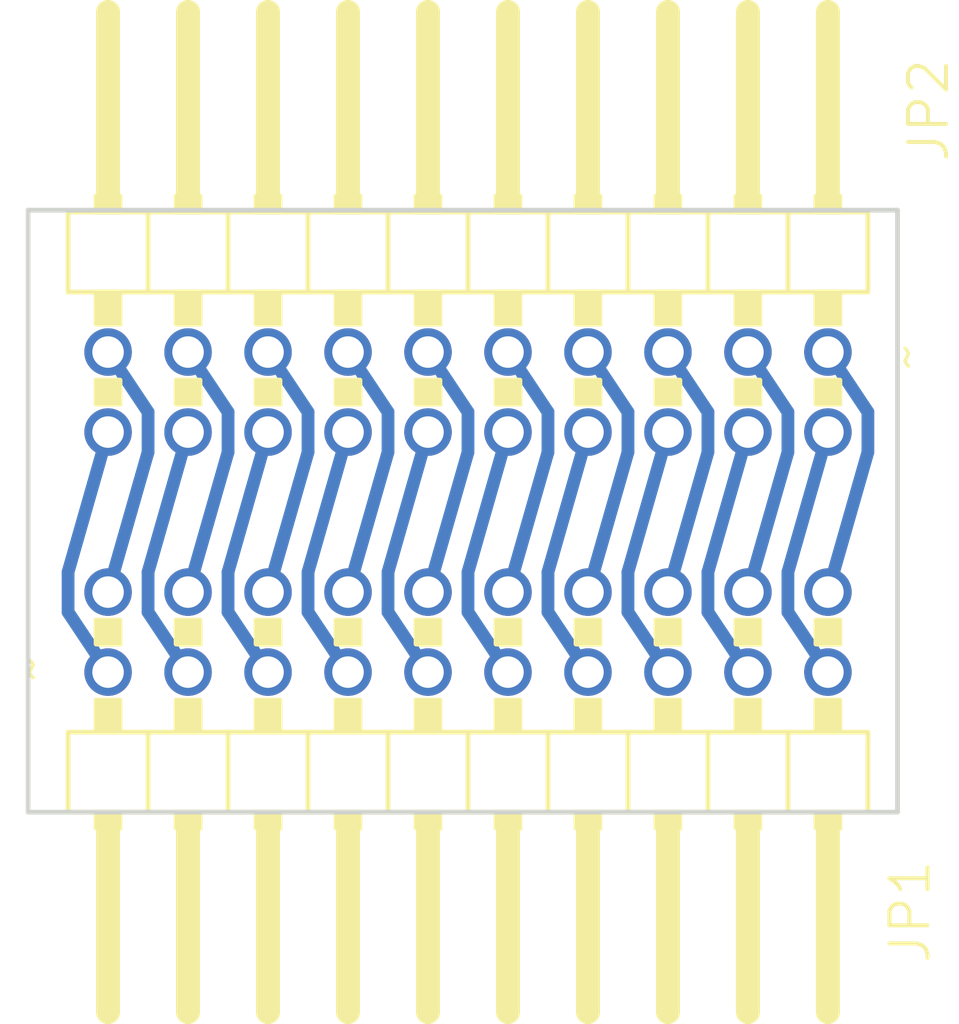
<source format=kicad_pcb>
(kicad_pcb (version 4) (host pcbnew 4.0.0-rc1-stable)

  (general
    (links 20)
    (no_connects 0)
    (area 134.621099 95.373599 162.381101 114.633601)
    (thickness 1.6)
    (drawings 4)
    (tracks 60)
    (zones 0)
    (modules 2)
    (nets 21)
  )

  (page A4)
  (layers
    (0 Top signal)
    (31 Bottom signal)
    (32 B.Adhes user)
    (33 F.Adhes user)
    (34 B.Paste user)
    (35 F.Paste user)
    (36 B.SilkS user)
    (37 F.SilkS user)
    (38 B.Mask user)
    (39 F.Mask user)
    (40 Dwgs.User user)
    (41 Cmts.User user)
    (42 Eco1.User user)
    (43 Eco2.User user)
    (44 Edge.Cuts user)
    (45 Margin user)
    (46 B.CrtYd user)
    (47 F.CrtYd user)
    (48 B.Fab user)
    (49 F.Fab user)
  )

  (setup
    (last_trace_width 0.254)
    (trace_clearance 0.2032)
    (zone_clearance 0.508)
    (zone_45_only no)
    (trace_min 0.254)
    (segment_width 0.2)
    (edge_width 0.15)
    (via_size 0.889)
    (via_drill 0.635)
    (via_min_size 0.889)
    (via_min_drill 0.508)
    (uvia_size 0.508)
    (uvia_drill 0.127)
    (uvias_allowed no)
    (uvia_min_size 0.508)
    (uvia_min_drill 0.127)
    (pcb_text_width 0.3)
    (pcb_text_size 1.5 1.5)
    (mod_edge_width 0.15)
    (mod_text_size 1.5 1.5)
    (mod_text_width 0.15)
    (pad_size 1.524 1.524)
    (pad_drill 0.762)
    (pad_to_mask_clearance 0.2)
    (aux_axis_origin 0 0)
    (visible_elements FFFFFF7F)
    (pcbplotparams
      (layerselection 0x00030_80000001)
      (usegerberextensions false)
      (excludeedgelayer true)
      (linewidth 0.100000)
      (plotframeref false)
      (viasonmask false)
      (mode 1)
      (useauxorigin false)
      (hpglpennumber 1)
      (hpglpenspeed 20)
      (hpglpendiameter 15)
      (hpglpenoverlay 2)
      (psnegative false)
      (psa4output false)
      (plotreference true)
      (plotvalue true)
      (plotinvisibletext false)
      (padsonsilk false)
      (subtractmaskfromsilk false)
      (outputformat 1)
      (mirror false)
      (drillshape 1)
      (scaleselection 1)
      (outputdirectory ""))
  )

  (net 0 "")
  (net 1 /2)
  (net 2 /4)
  (net 3 /6)
  (net 4 /8)
  (net 5 /10)
  (net 6 /12)
  (net 7 /14)
  (net 8 /16)
  (net 9 /18)
  (net 10 /20)
  (net 11 /1)
  (net 12 /3)
  (net 13 /5)
  (net 14 /7)
  (net 15 /9)
  (net 16 /11)
  (net 17 /13)
  (net 18 /15)
  (net 19 /17)
  (net 20 /19)

  (net_class Default "This is the default net class."
    (clearance 0.2032)
    (trace_width 0.254)
    (via_dia 0.889)
    (via_drill 0.635)
    (uvia_dia 0.508)
    (uvia_drill 0.127)
    (add_net /1)
    (add_net /10)
    (add_net /11)
    (add_net /12)
    (add_net /13)
    (add_net /14)
    (add_net /15)
    (add_net /16)
    (add_net /17)
    (add_net /18)
    (add_net /19)
    (add_net /2)
    (add_net /20)
    (add_net /3)
    (add_net /4)
    (add_net /5)
    (add_net /6)
    (add_net /7)
    (add_net /8)
    (add_net /9)
  )

  (module 2X10%2f90 (layer Top) (tedit 56179C80) (tstamp 56179ABD)
    (at 148.6661 113.9236 180)
    (descr "<b>PIN HEADER</b>")
    (path /56179A8F)
    (fp_text reference JP1 (at -13.3339 -2.0764 270) (layer F.SilkS)
      (effects (font (size 1.2065 1.2065) (thickness 0.127)) (justify right top))
    )
    (fp_text value ~ (at 14.605 4.445 270) (layer F.SilkS)
      (effects (font (size 1.2065 1.2065) (thickness 0.1016)) (justify right top))
    )
    (fp_line (start -12.7 1.905) (end -10.16 1.905) (layer F.SilkS) (width 0.1524))
    (fp_line (start -10.16 1.905) (end -10.16 -0.635) (layer F.SilkS) (width 0.1524))
    (fp_line (start -10.16 -0.635) (end -12.7 -0.635) (layer F.SilkS) (width 0.1524))
    (fp_line (start -12.7 -0.635) (end -12.7 1.905) (layer F.SilkS) (width 0.1524))
    (fp_line (start -11.43 -6.985) (end -11.43 -1.27) (layer F.SilkS) (width 0.762))
    (fp_line (start -10.16 1.905) (end -7.62 1.905) (layer F.SilkS) (width 0.1524))
    (fp_line (start -7.62 1.905) (end -7.62 -0.635) (layer F.SilkS) (width 0.1524))
    (fp_line (start -7.62 -0.635) (end -10.16 -0.635) (layer F.SilkS) (width 0.1524))
    (fp_line (start -8.89 -6.985) (end -8.89 -1.27) (layer F.SilkS) (width 0.762))
    (fp_line (start -7.62 1.905) (end -5.08 1.905) (layer F.SilkS) (width 0.1524))
    (fp_line (start -5.08 1.905) (end -5.08 -0.635) (layer F.SilkS) (width 0.1524))
    (fp_line (start -5.08 -0.635) (end -7.62 -0.635) (layer F.SilkS) (width 0.1524))
    (fp_line (start -6.35 -6.985) (end -6.35 -1.27) (layer F.SilkS) (width 0.762))
    (fp_line (start -5.08 1.905) (end -2.54 1.905) (layer F.SilkS) (width 0.1524))
    (fp_line (start -2.54 1.905) (end -2.54 -0.635) (layer F.SilkS) (width 0.1524))
    (fp_line (start -2.54 -0.635) (end -5.08 -0.635) (layer F.SilkS) (width 0.1524))
    (fp_line (start -3.81 -6.985) (end -3.81 -1.27) (layer F.SilkS) (width 0.762))
    (fp_line (start -2.54 1.905) (end 0 1.905) (layer F.SilkS) (width 0.1524))
    (fp_line (start 0 1.905) (end 0 -0.635) (layer F.SilkS) (width 0.1524))
    (fp_line (start 0 -0.635) (end -2.54 -0.635) (layer F.SilkS) (width 0.1524))
    (fp_line (start -1.27 -6.985) (end -1.27 -1.27) (layer F.SilkS) (width 0.762))
    (fp_line (start 0 1.905) (end 2.54 1.905) (layer F.SilkS) (width 0.1524))
    (fp_line (start 2.54 1.905) (end 2.54 -0.635) (layer F.SilkS) (width 0.1524))
    (fp_line (start 2.54 -0.635) (end 0 -0.635) (layer F.SilkS) (width 0.1524))
    (fp_line (start 1.27 -6.985) (end 1.27 -1.27) (layer F.SilkS) (width 0.762))
    (fp_line (start 2.54 1.905) (end 5.08 1.905) (layer F.SilkS) (width 0.1524))
    (fp_line (start 5.08 1.905) (end 5.08 -0.635) (layer F.SilkS) (width 0.1524))
    (fp_line (start 5.08 -0.635) (end 2.54 -0.635) (layer F.SilkS) (width 0.1524))
    (fp_line (start 3.81 -6.985) (end 3.81 -1.27) (layer F.SilkS) (width 0.762))
    (fp_line (start 5.08 1.905) (end 7.62 1.905) (layer F.SilkS) (width 0.1524))
    (fp_line (start 7.62 1.905) (end 7.62 -0.635) (layer F.SilkS) (width 0.1524))
    (fp_line (start 7.62 -0.635) (end 5.08 -0.635) (layer F.SilkS) (width 0.1524))
    (fp_line (start 6.35 -6.985) (end 6.35 -1.27) (layer F.SilkS) (width 0.762))
    (fp_line (start 7.62 1.905) (end 10.16 1.905) (layer F.SilkS) (width 0.1524))
    (fp_line (start 10.16 1.905) (end 10.16 -0.635) (layer F.SilkS) (width 0.1524))
    (fp_line (start 10.16 -0.635) (end 7.62 -0.635) (layer F.SilkS) (width 0.1524))
    (fp_line (start 8.89 -6.985) (end 8.89 -1.27) (layer F.SilkS) (width 0.762))
    (fp_line (start 10.16 1.905) (end 12.7 1.905) (layer F.SilkS) (width 0.1524))
    (fp_line (start 12.7 1.905) (end 12.7 -0.635) (layer F.SilkS) (width 0.1524))
    (fp_line (start 12.7 -0.635) (end 10.16 -0.635) (layer F.SilkS) (width 0.1524))
    (fp_line (start 11.43 -6.985) (end 11.43 -1.27) (layer F.SilkS) (width 0.762))
    (fp_poly (pts (xy -11.811 -0.635) (xy -11.049 -0.635) (xy -11.049 -1.143) (xy -11.811 -1.143)) (layer F.SilkS) (width 0.15))
    (fp_poly (pts (xy -9.271 -0.635) (xy -8.509 -0.635) (xy -8.509 -1.143) (xy -9.271 -1.143)) (layer F.SilkS) (width 0.15))
    (fp_poly (pts (xy -6.731 -0.635) (xy -5.969 -0.635) (xy -5.969 -1.143) (xy -6.731 -1.143)) (layer F.SilkS) (width 0.15))
    (fp_poly (pts (xy -4.191 -0.635) (xy -3.429 -0.635) (xy -3.429 -1.143) (xy -4.191 -1.143)) (layer F.SilkS) (width 0.15))
    (fp_poly (pts (xy -1.651 -0.635) (xy -0.889 -0.635) (xy -0.889 -1.143) (xy -1.651 -1.143)) (layer F.SilkS) (width 0.15))
    (fp_poly (pts (xy 0.889 -0.635) (xy 1.651 -0.635) (xy 1.651 -1.143) (xy 0.889 -1.143)) (layer F.SilkS) (width 0.15))
    (fp_poly (pts (xy 3.429 -0.635) (xy 4.191 -0.635) (xy 4.191 -1.143) (xy 3.429 -1.143)) (layer F.SilkS) (width 0.15))
    (fp_poly (pts (xy 5.969 -0.635) (xy 6.731 -0.635) (xy 6.731 -1.143) (xy 5.969 -1.143)) (layer F.SilkS) (width 0.15))
    (fp_poly (pts (xy 8.509 -0.635) (xy 9.271 -0.635) (xy 9.271 -1.143) (xy 8.509 -1.143)) (layer F.SilkS) (width 0.15))
    (fp_poly (pts (xy 11.049 -0.635) (xy 11.811 -0.635) (xy 11.811 -1.143) (xy 11.049 -1.143)) (layer F.SilkS) (width 0.15))
    (fp_poly (pts (xy -11.811 2.921) (xy -11.049 2.921) (xy -11.049 1.905) (xy -11.811 1.905)) (layer F.SilkS) (width 0.15))
    (fp_poly (pts (xy -9.271 2.921) (xy -8.509 2.921) (xy -8.509 1.905) (xy -9.271 1.905)) (layer F.SilkS) (width 0.15))
    (fp_poly (pts (xy -11.811 5.461) (xy -11.049 5.461) (xy -11.049 4.699) (xy -11.811 4.699)) (layer F.SilkS) (width 0.15))
    (fp_poly (pts (xy -11.811 4.699) (xy -11.049 4.699) (xy -11.049 2.921) (xy -11.811 2.921)) (layer Dwgs.User) (width 0.15))
    (fp_poly (pts (xy -9.271 4.699) (xy -8.509 4.699) (xy -8.509 2.921) (xy -9.271 2.921)) (layer Dwgs.User) (width 0.15))
    (fp_poly (pts (xy -9.271 5.461) (xy -8.509 5.461) (xy -8.509 4.699) (xy -9.271 4.699)) (layer F.SilkS) (width 0.15))
    (fp_poly (pts (xy -6.731 2.921) (xy -5.969 2.921) (xy -5.969 1.905) (xy -6.731 1.905)) (layer F.SilkS) (width 0.15))
    (fp_poly (pts (xy -4.191 2.921) (xy -3.429 2.921) (xy -3.429 1.905) (xy -4.191 1.905)) (layer F.SilkS) (width 0.15))
    (fp_poly (pts (xy -6.731 5.461) (xy -5.969 5.461) (xy -5.969 4.699) (xy -6.731 4.699)) (layer F.SilkS) (width 0.15))
    (fp_poly (pts (xy -6.731 4.699) (xy -5.969 4.699) (xy -5.969 2.921) (xy -6.731 2.921)) (layer Dwgs.User) (width 0.15))
    (fp_poly (pts (xy -4.191 4.699) (xy -3.429 4.699) (xy -3.429 2.921) (xy -4.191 2.921)) (layer Dwgs.User) (width 0.15))
    (fp_poly (pts (xy -4.191 5.461) (xy -3.429 5.461) (xy -3.429 4.699) (xy -4.191 4.699)) (layer F.SilkS) (width 0.15))
    (fp_poly (pts (xy -1.651 2.921) (xy -0.889 2.921) (xy -0.889 1.905) (xy -1.651 1.905)) (layer F.SilkS) (width 0.15))
    (fp_poly (pts (xy 0.889 2.921) (xy 1.651 2.921) (xy 1.651 1.905) (xy 0.889 1.905)) (layer F.SilkS) (width 0.15))
    (fp_poly (pts (xy -1.651 5.461) (xy -0.889 5.461) (xy -0.889 4.699) (xy -1.651 4.699)) (layer F.SilkS) (width 0.15))
    (fp_poly (pts (xy -1.651 4.699) (xy -0.889 4.699) (xy -0.889 2.921) (xy -1.651 2.921)) (layer Dwgs.User) (width 0.15))
    (fp_poly (pts (xy 0.889 4.699) (xy 1.651 4.699) (xy 1.651 2.921) (xy 0.889 2.921)) (layer Dwgs.User) (width 0.15))
    (fp_poly (pts (xy 0.889 5.461) (xy 1.651 5.461) (xy 1.651 4.699) (xy 0.889 4.699)) (layer F.SilkS) (width 0.15))
    (fp_poly (pts (xy 3.429 2.921) (xy 4.191 2.921) (xy 4.191 1.905) (xy 3.429 1.905)) (layer F.SilkS) (width 0.15))
    (fp_poly (pts (xy 5.969 2.921) (xy 6.731 2.921) (xy 6.731 1.905) (xy 5.969 1.905)) (layer F.SilkS) (width 0.15))
    (fp_poly (pts (xy 3.429 5.461) (xy 4.191 5.461) (xy 4.191 4.699) (xy 3.429 4.699)) (layer F.SilkS) (width 0.15))
    (fp_poly (pts (xy 3.429 4.699) (xy 4.191 4.699) (xy 4.191 2.921) (xy 3.429 2.921)) (layer Dwgs.User) (width 0.15))
    (fp_poly (pts (xy 5.969 4.699) (xy 6.731 4.699) (xy 6.731 2.921) (xy 5.969 2.921)) (layer Dwgs.User) (width 0.15))
    (fp_poly (pts (xy 5.969 5.461) (xy 6.731 5.461) (xy 6.731 4.699) (xy 5.969 4.699)) (layer F.SilkS) (width 0.15))
    (fp_poly (pts (xy 8.509 2.921) (xy 9.271 2.921) (xy 9.271 1.905) (xy 8.509 1.905)) (layer F.SilkS) (width 0.15))
    (fp_poly (pts (xy 11.049 2.921) (xy 11.811 2.921) (xy 11.811 1.905) (xy 11.049 1.905)) (layer F.SilkS) (width 0.15))
    (fp_poly (pts (xy 8.509 5.461) (xy 9.271 5.461) (xy 9.271 4.699) (xy 8.509 4.699)) (layer F.SilkS) (width 0.15))
    (fp_poly (pts (xy 8.509 4.699) (xy 9.271 4.699) (xy 9.271 2.921) (xy 8.509 2.921)) (layer Dwgs.User) (width 0.15))
    (fp_poly (pts (xy 11.049 4.699) (xy 11.811 4.699) (xy 11.811 2.921) (xy 11.049 2.921)) (layer Dwgs.User) (width 0.15))
    (fp_poly (pts (xy 11.049 5.461) (xy 11.811 5.461) (xy 11.811 4.699) (xy 11.049 4.699)) (layer F.SilkS) (width 0.15))
    (pad 2 thru_hole circle (at -11.43 3.81 180) (size 1.508 1.508) (drill 1) (layers *.Cu *.Mask)
      (net 1 /2))
    (pad 4 thru_hole circle (at -8.89 3.81 180) (size 1.508 1.508) (drill 1) (layers *.Cu *.Mask)
      (net 2 /4))
    (pad 6 thru_hole circle (at -6.35 3.81 180) (size 1.508 1.508) (drill 1) (layers *.Cu *.Mask)
      (net 3 /6))
    (pad 8 thru_hole circle (at -3.81 3.81 180) (size 1.508 1.508) (drill 1) (layers *.Cu *.Mask)
      (net 4 /8))
    (pad 10 thru_hole circle (at -1.27 3.81 180) (size 1.508 1.508) (drill 1) (layers *.Cu *.Mask)
      (net 5 /10))
    (pad 12 thru_hole circle (at 1.27 3.81 180) (size 1.508 1.508) (drill 1) (layers *.Cu *.Mask)
      (net 6 /12))
    (pad 14 thru_hole circle (at 3.81 3.81 180) (size 1.508 1.508) (drill 1) (layers *.Cu *.Mask)
      (net 7 /14))
    (pad 16 thru_hole circle (at 6.35 3.81 180) (size 1.508 1.508) (drill 1) (layers *.Cu *.Mask)
      (net 8 /16))
    (pad 18 thru_hole circle (at 8.89 3.81 180) (size 1.508 1.508) (drill 1) (layers *.Cu *.Mask)
      (net 9 /18))
    (pad 20 thru_hole circle (at 11.43 3.81 180) (size 1.508 1.508) (drill 1) (layers *.Cu *.Mask)
      (net 10 /20))
    (pad 1 thru_hole circle (at -11.43 6.35 180) (size 1.508 1.508) (drill 1) (layers *.Cu *.Mask)
      (net 11 /1))
    (pad 3 thru_hole circle (at -8.89 6.35 180) (size 1.508 1.508) (drill 1) (layers *.Cu *.Mask)
      (net 12 /3))
    (pad 5 thru_hole circle (at -6.35 6.35 180) (size 1.508 1.508) (drill 1) (layers *.Cu *.Mask)
      (net 13 /5))
    (pad 7 thru_hole circle (at -3.81 6.35 180) (size 1.508 1.508) (drill 1) (layers *.Cu *.Mask)
      (net 14 /7))
    (pad 9 thru_hole circle (at -1.27 6.35 180) (size 1.508 1.508) (drill 1) (layers *.Cu *.Mask)
      (net 15 /9))
    (pad 11 thru_hole circle (at 1.27 6.35 180) (size 1.508 1.508) (drill 1) (layers *.Cu *.Mask)
      (net 16 /11))
    (pad 13 thru_hole circle (at 3.81 6.35 180) (size 1.508 1.508) (drill 1) (layers *.Cu *.Mask)
      (net 17 /13))
    (pad 15 thru_hole circle (at 6.35 6.35 180) (size 1.508 1.508) (drill 1) (layers *.Cu *.Mask)
      (net 18 /15))
    (pad 17 thru_hole circle (at 8.89 6.35 180) (size 1.508 1.508) (drill 1) (layers *.Cu *.Mask)
      (net 19 /17))
    (pad 19 thru_hole circle (at 11.43 6.35 180) (size 1.508 1.508) (drill 1) (layers *.Cu *.Mask)
      (net 20 /19))
  )

  (module 2X10%2f90 (layer Top) (tedit 56179C75) (tstamp 56179B25)
    (at 148.6661 96.1436)
    (descr "<b>PIN HEADER</b>")
    (path /56179B57)
    (fp_text reference JP2 (at 15.3339 -2.1436 90) (layer F.SilkS)
      (effects (font (size 1.2065 1.2065) (thickness 0.127)) (justify left bottom))
    )
    (fp_text value ~ (at 14.605 4.445 90) (layer F.SilkS)
      (effects (font (size 1.2065 1.2065) (thickness 0.1016)) (justify left bottom))
    )
    (fp_line (start -12.7 1.905) (end -10.16 1.905) (layer F.SilkS) (width 0.1524))
    (fp_line (start -10.16 1.905) (end -10.16 -0.635) (layer F.SilkS) (width 0.1524))
    (fp_line (start -10.16 -0.635) (end -12.7 -0.635) (layer F.SilkS) (width 0.1524))
    (fp_line (start -12.7 -0.635) (end -12.7 1.905) (layer F.SilkS) (width 0.1524))
    (fp_line (start -11.43 -6.985) (end -11.43 -1.27) (layer F.SilkS) (width 0.762))
    (fp_line (start -10.16 1.905) (end -7.62 1.905) (layer F.SilkS) (width 0.1524))
    (fp_line (start -7.62 1.905) (end -7.62 -0.635) (layer F.SilkS) (width 0.1524))
    (fp_line (start -7.62 -0.635) (end -10.16 -0.635) (layer F.SilkS) (width 0.1524))
    (fp_line (start -8.89 -6.985) (end -8.89 -1.27) (layer F.SilkS) (width 0.762))
    (fp_line (start -7.62 1.905) (end -5.08 1.905) (layer F.SilkS) (width 0.1524))
    (fp_line (start -5.08 1.905) (end -5.08 -0.635) (layer F.SilkS) (width 0.1524))
    (fp_line (start -5.08 -0.635) (end -7.62 -0.635) (layer F.SilkS) (width 0.1524))
    (fp_line (start -6.35 -6.985) (end -6.35 -1.27) (layer F.SilkS) (width 0.762))
    (fp_line (start -5.08 1.905) (end -2.54 1.905) (layer F.SilkS) (width 0.1524))
    (fp_line (start -2.54 1.905) (end -2.54 -0.635) (layer F.SilkS) (width 0.1524))
    (fp_line (start -2.54 -0.635) (end -5.08 -0.635) (layer F.SilkS) (width 0.1524))
    (fp_line (start -3.81 -6.985) (end -3.81 -1.27) (layer F.SilkS) (width 0.762))
    (fp_line (start -2.54 1.905) (end 0 1.905) (layer F.SilkS) (width 0.1524))
    (fp_line (start 0 1.905) (end 0 -0.635) (layer F.SilkS) (width 0.1524))
    (fp_line (start 0 -0.635) (end -2.54 -0.635) (layer F.SilkS) (width 0.1524))
    (fp_line (start -1.27 -6.985) (end -1.27 -1.27) (layer F.SilkS) (width 0.762))
    (fp_line (start 0 1.905) (end 2.54 1.905) (layer F.SilkS) (width 0.1524))
    (fp_line (start 2.54 1.905) (end 2.54 -0.635) (layer F.SilkS) (width 0.1524))
    (fp_line (start 2.54 -0.635) (end 0 -0.635) (layer F.SilkS) (width 0.1524))
    (fp_line (start 1.27 -6.985) (end 1.27 -1.27) (layer F.SilkS) (width 0.762))
    (fp_line (start 2.54 1.905) (end 5.08 1.905) (layer F.SilkS) (width 0.1524))
    (fp_line (start 5.08 1.905) (end 5.08 -0.635) (layer F.SilkS) (width 0.1524))
    (fp_line (start 5.08 -0.635) (end 2.54 -0.635) (layer F.SilkS) (width 0.1524))
    (fp_line (start 3.81 -6.985) (end 3.81 -1.27) (layer F.SilkS) (width 0.762))
    (fp_line (start 5.08 1.905) (end 7.62 1.905) (layer F.SilkS) (width 0.1524))
    (fp_line (start 7.62 1.905) (end 7.62 -0.635) (layer F.SilkS) (width 0.1524))
    (fp_line (start 7.62 -0.635) (end 5.08 -0.635) (layer F.SilkS) (width 0.1524))
    (fp_line (start 6.35 -6.985) (end 6.35 -1.27) (layer F.SilkS) (width 0.762))
    (fp_line (start 7.62 1.905) (end 10.16 1.905) (layer F.SilkS) (width 0.1524))
    (fp_line (start 10.16 1.905) (end 10.16 -0.635) (layer F.SilkS) (width 0.1524))
    (fp_line (start 10.16 -0.635) (end 7.62 -0.635) (layer F.SilkS) (width 0.1524))
    (fp_line (start 8.89 -6.985) (end 8.89 -1.27) (layer F.SilkS) (width 0.762))
    (fp_line (start 10.16 1.905) (end 12.7 1.905) (layer F.SilkS) (width 0.1524))
    (fp_line (start 12.7 1.905) (end 12.7 -0.635) (layer F.SilkS) (width 0.1524))
    (fp_line (start 12.7 -0.635) (end 10.16 -0.635) (layer F.SilkS) (width 0.1524))
    (fp_line (start 11.43 -6.985) (end 11.43 -1.27) (layer F.SilkS) (width 0.762))
    (fp_poly (pts (xy -11.811 -0.635) (xy -11.049 -0.635) (xy -11.049 -1.143) (xy -11.811 -1.143)) (layer F.SilkS) (width 0.15))
    (fp_poly (pts (xy -9.271 -0.635) (xy -8.509 -0.635) (xy -8.509 -1.143) (xy -9.271 -1.143)) (layer F.SilkS) (width 0.15))
    (fp_poly (pts (xy -6.731 -0.635) (xy -5.969 -0.635) (xy -5.969 -1.143) (xy -6.731 -1.143)) (layer F.SilkS) (width 0.15))
    (fp_poly (pts (xy -4.191 -0.635) (xy -3.429 -0.635) (xy -3.429 -1.143) (xy -4.191 -1.143)) (layer F.SilkS) (width 0.15))
    (fp_poly (pts (xy -1.651 -0.635) (xy -0.889 -0.635) (xy -0.889 -1.143) (xy -1.651 -1.143)) (layer F.SilkS) (width 0.15))
    (fp_poly (pts (xy 0.889 -0.635) (xy 1.651 -0.635) (xy 1.651 -1.143) (xy 0.889 -1.143)) (layer F.SilkS) (width 0.15))
    (fp_poly (pts (xy 3.429 -0.635) (xy 4.191 -0.635) (xy 4.191 -1.143) (xy 3.429 -1.143)) (layer F.SilkS) (width 0.15))
    (fp_poly (pts (xy 5.969 -0.635) (xy 6.731 -0.635) (xy 6.731 -1.143) (xy 5.969 -1.143)) (layer F.SilkS) (width 0.15))
    (fp_poly (pts (xy 8.509 -0.635) (xy 9.271 -0.635) (xy 9.271 -1.143) (xy 8.509 -1.143)) (layer F.SilkS) (width 0.15))
    (fp_poly (pts (xy 11.049 -0.635) (xy 11.811 -0.635) (xy 11.811 -1.143) (xy 11.049 -1.143)) (layer F.SilkS) (width 0.15))
    (fp_poly (pts (xy -11.811 2.921) (xy -11.049 2.921) (xy -11.049 1.905) (xy -11.811 1.905)) (layer F.SilkS) (width 0.15))
    (fp_poly (pts (xy -9.271 2.921) (xy -8.509 2.921) (xy -8.509 1.905) (xy -9.271 1.905)) (layer F.SilkS) (width 0.15))
    (fp_poly (pts (xy -11.811 5.461) (xy -11.049 5.461) (xy -11.049 4.699) (xy -11.811 4.699)) (layer F.SilkS) (width 0.15))
    (fp_poly (pts (xy -11.811 4.699) (xy -11.049 4.699) (xy -11.049 2.921) (xy -11.811 2.921)) (layer Dwgs.User) (width 0.15))
    (fp_poly (pts (xy -9.271 4.699) (xy -8.509 4.699) (xy -8.509 2.921) (xy -9.271 2.921)) (layer Dwgs.User) (width 0.15))
    (fp_poly (pts (xy -9.271 5.461) (xy -8.509 5.461) (xy -8.509 4.699) (xy -9.271 4.699)) (layer F.SilkS) (width 0.15))
    (fp_poly (pts (xy -6.731 2.921) (xy -5.969 2.921) (xy -5.969 1.905) (xy -6.731 1.905)) (layer F.SilkS) (width 0.15))
    (fp_poly (pts (xy -4.191 2.921) (xy -3.429 2.921) (xy -3.429 1.905) (xy -4.191 1.905)) (layer F.SilkS) (width 0.15))
    (fp_poly (pts (xy -6.731 5.461) (xy -5.969 5.461) (xy -5.969 4.699) (xy -6.731 4.699)) (layer F.SilkS) (width 0.15))
    (fp_poly (pts (xy -6.731 4.699) (xy -5.969 4.699) (xy -5.969 2.921) (xy -6.731 2.921)) (layer Dwgs.User) (width 0.15))
    (fp_poly (pts (xy -4.191 4.699) (xy -3.429 4.699) (xy -3.429 2.921) (xy -4.191 2.921)) (layer Dwgs.User) (width 0.15))
    (fp_poly (pts (xy -4.191 5.461) (xy -3.429 5.461) (xy -3.429 4.699) (xy -4.191 4.699)) (layer F.SilkS) (width 0.15))
    (fp_poly (pts (xy -1.651 2.921) (xy -0.889 2.921) (xy -0.889 1.905) (xy -1.651 1.905)) (layer F.SilkS) (width 0.15))
    (fp_poly (pts (xy 0.889 2.921) (xy 1.651 2.921) (xy 1.651 1.905) (xy 0.889 1.905)) (layer F.SilkS) (width 0.15))
    (fp_poly (pts (xy -1.651 5.461) (xy -0.889 5.461) (xy -0.889 4.699) (xy -1.651 4.699)) (layer F.SilkS) (width 0.15))
    (fp_poly (pts (xy -1.651 4.699) (xy -0.889 4.699) (xy -0.889 2.921) (xy -1.651 2.921)) (layer Dwgs.User) (width 0.15))
    (fp_poly (pts (xy 0.889 4.699) (xy 1.651 4.699) (xy 1.651 2.921) (xy 0.889 2.921)) (layer Dwgs.User) (width 0.15))
    (fp_poly (pts (xy 0.889 5.461) (xy 1.651 5.461) (xy 1.651 4.699) (xy 0.889 4.699)) (layer F.SilkS) (width 0.15))
    (fp_poly (pts (xy 3.429 2.921) (xy 4.191 2.921) (xy 4.191 1.905) (xy 3.429 1.905)) (layer F.SilkS) (width 0.15))
    (fp_poly (pts (xy 5.969 2.921) (xy 6.731 2.921) (xy 6.731 1.905) (xy 5.969 1.905)) (layer F.SilkS) (width 0.15))
    (fp_poly (pts (xy 3.429 5.461) (xy 4.191 5.461) (xy 4.191 4.699) (xy 3.429 4.699)) (layer F.SilkS) (width 0.15))
    (fp_poly (pts (xy 3.429 4.699) (xy 4.191 4.699) (xy 4.191 2.921) (xy 3.429 2.921)) (layer Dwgs.User) (width 0.15))
    (fp_poly (pts (xy 5.969 4.699) (xy 6.731 4.699) (xy 6.731 2.921) (xy 5.969 2.921)) (layer Dwgs.User) (width 0.15))
    (fp_poly (pts (xy 5.969 5.461) (xy 6.731 5.461) (xy 6.731 4.699) (xy 5.969 4.699)) (layer F.SilkS) (width 0.15))
    (fp_poly (pts (xy 8.509 2.921) (xy 9.271 2.921) (xy 9.271 1.905) (xy 8.509 1.905)) (layer F.SilkS) (width 0.15))
    (fp_poly (pts (xy 11.049 2.921) (xy 11.811 2.921) (xy 11.811 1.905) (xy 11.049 1.905)) (layer F.SilkS) (width 0.15))
    (fp_poly (pts (xy 8.509 5.461) (xy 9.271 5.461) (xy 9.271 4.699) (xy 8.509 4.699)) (layer F.SilkS) (width 0.15))
    (fp_poly (pts (xy 8.509 4.699) (xy 9.271 4.699) (xy 9.271 2.921) (xy 8.509 2.921)) (layer Dwgs.User) (width 0.15))
    (fp_poly (pts (xy 11.049 4.699) (xy 11.811 4.699) (xy 11.811 2.921) (xy 11.049 2.921)) (layer Dwgs.User) (width 0.15))
    (fp_poly (pts (xy 11.049 5.461) (xy 11.811 5.461) (xy 11.811 4.699) (xy 11.049 4.699)) (layer F.SilkS) (width 0.15))
    (pad 2 thru_hole circle (at -11.43 3.81) (size 1.508 1.508) (drill 1) (layers *.Cu *.Mask)
      (net 20 /19))
    (pad 4 thru_hole circle (at -8.89 3.81) (size 1.508 1.508) (drill 1) (layers *.Cu *.Mask)
      (net 19 /17))
    (pad 6 thru_hole circle (at -6.35 3.81) (size 1.508 1.508) (drill 1) (layers *.Cu *.Mask)
      (net 18 /15))
    (pad 8 thru_hole circle (at -3.81 3.81) (size 1.508 1.508) (drill 1) (layers *.Cu *.Mask)
      (net 17 /13))
    (pad 10 thru_hole circle (at -1.27 3.81) (size 1.508 1.508) (drill 1) (layers *.Cu *.Mask)
      (net 16 /11))
    (pad 12 thru_hole circle (at 1.27 3.81) (size 1.508 1.508) (drill 1) (layers *.Cu *.Mask)
      (net 15 /9))
    (pad 14 thru_hole circle (at 3.81 3.81) (size 1.508 1.508) (drill 1) (layers *.Cu *.Mask)
      (net 14 /7))
    (pad 16 thru_hole circle (at 6.35 3.81) (size 1.508 1.508) (drill 1) (layers *.Cu *.Mask)
      (net 13 /5))
    (pad 18 thru_hole circle (at 8.89 3.81) (size 1.508 1.508) (drill 1) (layers *.Cu *.Mask)
      (net 12 /3))
    (pad 20 thru_hole circle (at 11.43 3.81) (size 1.508 1.508) (drill 1) (layers *.Cu *.Mask)
      (net 11 /1))
    (pad 1 thru_hole circle (at -11.43 6.35) (size 1.508 1.508) (drill 1) (layers *.Cu *.Mask)
      (net 10 /20))
    (pad 3 thru_hole circle (at -8.89 6.35) (size 1.508 1.508) (drill 1) (layers *.Cu *.Mask)
      (net 9 /18))
    (pad 5 thru_hole circle (at -6.35 6.35) (size 1.508 1.508) (drill 1) (layers *.Cu *.Mask)
      (net 8 /16))
    (pad 7 thru_hole circle (at -3.81 6.35) (size 1.508 1.508) (drill 1) (layers *.Cu *.Mask)
      (net 7 /14))
    (pad 9 thru_hole circle (at -1.27 6.35) (size 1.508 1.508) (drill 1) (layers *.Cu *.Mask)
      (net 6 /12))
    (pad 11 thru_hole circle (at 1.27 6.35) (size 1.508 1.508) (drill 1) (layers *.Cu *.Mask)
      (net 5 /10))
    (pad 13 thru_hole circle (at 3.81 6.35) (size 1.508 1.508) (drill 1) (layers *.Cu *.Mask)
      (net 4 /8))
    (pad 15 thru_hole circle (at 6.35 6.35) (size 1.508 1.508) (drill 1) (layers *.Cu *.Mask)
      (net 3 /6))
    (pad 17 thru_hole circle (at 8.89 6.35) (size 1.508 1.508) (drill 1) (layers *.Cu *.Mask)
      (net 2 /4))
    (pad 19 thru_hole circle (at 11.43 6.35) (size 1.508 1.508) (drill 1) (layers *.Cu *.Mask)
      (net 1 /2))
  )

  (gr_line (start 134.6961 114.5586) (end 162.3061 114.5586) (layer Edge.Cuts) (width 0.15) (tstamp 454AE88))
  (gr_line (start 162.3061 114.5586) (end 162.3061 95.4486) (layer Edge.Cuts) (width 0.15) (tstamp 454B778))
  (gr_line (start 162.3061 95.4486) (end 134.6961 95.4486) (layer Edge.Cuts) (width 0.15) (tstamp 454C068))
  (gr_line (start 134.6961 95.4486) (end 134.6961 114.5586) (layer Edge.Cuts) (width 0.15) (tstamp 454C958))

  (segment (start 160.0961 110.1136) (end 158.8261 108.2086) (width 0.4064) (layer Bottom) (net 1) (tstamp 45B0478))
  (segment (start 158.8261 108.2086) (end 158.8261 106.9386) (width 0.4064) (layer Bottom) (net 1) (tstamp 45B0D68))
  (segment (start 158.8261 106.9386) (end 160.0961 102.4936) (width 0.4064) (layer Bottom) (net 1) (tstamp 45B1658) (status 20))
  (segment (start 157.5561 110.1136) (end 156.2861 108.2086) (width 0.4064) (layer Bottom) (net 2) (tstamp 45C8258))
  (segment (start 156.2861 108.2086) (end 156.2861 106.9386) (width 0.4064) (layer Bottom) (net 2) (tstamp 45C8B48))
  (segment (start 156.2861 106.9386) (end 157.5561 102.4936) (width 0.4064) (layer Bottom) (net 2) (tstamp 45C9438) (status 20))
  (segment (start 155.0161 110.1136) (end 153.7461 108.2086) (width 0.4064) (layer Bottom) (net 3) (tstamp 45CA888))
  (segment (start 153.7461 108.2086) (end 153.7461 106.9386) (width 0.4064) (layer Bottom) (net 3) (tstamp 45CB178))
  (segment (start 153.7461 106.9386) (end 155.0161 102.4936) (width 0.4064) (layer Bottom) (net 3) (tstamp 45CBA68) (status 20))
  (segment (start 152.4761 110.1136) (end 151.2061 108.2086) (width 0.4064) (layer Bottom) (net 4) (tstamp 45CCEB8))
  (segment (start 151.2061 108.2086) (end 151.2061 106.9386) (width 0.4064) (layer Bottom) (net 4) (tstamp 45CD7A8))
  (segment (start 151.2061 106.9386) (end 152.4761 102.4936) (width 0.4064) (layer Bottom) (net 4) (tstamp 45CE098) (status 20))
  (segment (start 149.9361 110.1136) (end 148.6661 108.2086) (width 0.4064) (layer Bottom) (net 5) (tstamp 45CF4E8))
  (segment (start 148.6661 108.2086) (end 148.6661 106.9386) (width 0.4064) (layer Bottom) (net 5) (tstamp 45CFDD8))
  (segment (start 148.6661 106.9386) (end 149.9361 102.4936) (width 0.4064) (layer Bottom) (net 5) (tstamp 45D06C8) (status 20))
  (segment (start 147.3961 110.1136) (end 146.1261 108.2086) (width 0.4064) (layer Bottom) (net 6) (tstamp 45D1B18))
  (segment (start 146.1261 108.2086) (end 146.1261 106.9386) (width 0.4064) (layer Bottom) (net 6) (tstamp 45D2408))
  (segment (start 146.1261 106.9386) (end 147.3961 102.4936) (width 0.4064) (layer Bottom) (net 6) (tstamp 45D2CF8) (status 20))
  (segment (start 144.8561 110.1136) (end 143.5861 108.2086) (width 0.4064) (layer Bottom) (net 7) (tstamp 45D4148))
  (segment (start 143.5861 108.2086) (end 143.5861 106.9386) (width 0.4064) (layer Bottom) (net 7) (tstamp 45D4A38))
  (segment (start 143.5861 106.9386) (end 144.8561 102.4936) (width 0.4064) (layer Bottom) (net 7) (tstamp 45D5328) (status 20))
  (segment (start 142.3161 110.1136) (end 141.0461 108.2086) (width 0.4064) (layer Bottom) (net 8) (tstamp 45D6778))
  (segment (start 141.0461 108.2086) (end 141.0461 106.9386) (width 0.4064) (layer Bottom) (net 8) (tstamp 45D7068))
  (segment (start 141.0461 106.9386) (end 142.3161 102.4936) (width 0.4064) (layer Bottom) (net 8) (tstamp 45D7958) (status 20))
  (segment (start 139.7761 110.1136) (end 138.5061 108.2086) (width 0.4064) (layer Bottom) (net 9) (tstamp 45C5C28))
  (segment (start 138.5061 108.2086) (end 138.5061 106.9386) (width 0.4064) (layer Bottom) (net 9) (tstamp 45C6518))
  (segment (start 138.5061 106.9386) (end 139.7761 102.4936) (width 0.4064) (layer Bottom) (net 9) (tstamp 45C6E08) (status 20))
  (segment (start 137.2361 110.1136) (end 135.9661 108.2086) (width 0.4064) (layer Bottom) (net 10) (tstamp 45D8DA8))
  (segment (start 135.9661 108.2086) (end 135.9661 106.9386) (width 0.4064) (layer Bottom) (net 10) (tstamp 45D9698))
  (segment (start 135.9661 106.9386) (end 137.2361 102.4936) (width 0.4064) (layer Bottom) (net 10) (tstamp 45D9F88) (status 20))
  (segment (start 160.0961 107.5736) (end 161.3661 103.1286) (width 0.4064) (layer Bottom) (net 11) (tstamp 45ADE48))
  (segment (start 161.3661 103.1286) (end 161.3661 101.8586) (width 0.4064) (layer Bottom) (net 11) (tstamp 45AE738))
  (segment (start 161.3661 101.8586) (end 160.0961 99.9536) (width 0.4064) (layer Bottom) (net 11) (tstamp 45AF028) (status 20))
  (segment (start 157.5561 107.5736) (end 158.8261 103.1286) (width 0.4064) (layer Bottom) (net 12) (tstamp 45B2AA8))
  (segment (start 158.8261 103.1286) (end 158.8261 101.8586) (width 0.4064) (layer Bottom) (net 12) (tstamp 45B3398))
  (segment (start 158.8261 101.8586) (end 157.5561 99.9536) (width 0.4064) (layer Bottom) (net 12) (tstamp 45B3C88) (status 20))
  (segment (start 155.0161 107.5736) (end 156.2861 103.1286) (width 0.4064) (layer Bottom) (net 13) (tstamp 45B50D8))
  (segment (start 156.2861 103.1286) (end 156.2861 101.8586) (width 0.4064) (layer Bottom) (net 13) (tstamp 45B59C8))
  (segment (start 156.2861 101.8586) (end 155.0161 99.9536) (width 0.4064) (layer Bottom) (net 13) (tstamp 45B62B8) (status 20))
  (segment (start 152.4761 107.5736) (end 153.7461 103.1286) (width 0.4064) (layer Bottom) (net 14) (tstamp 45B7708))
  (segment (start 153.7461 103.1286) (end 153.7461 101.8586) (width 0.4064) (layer Bottom) (net 14) (tstamp 45B7FF8))
  (segment (start 153.7461 101.8586) (end 152.4761 99.9536) (width 0.4064) (layer Bottom) (net 14) (tstamp 45B88E8) (status 20))
  (segment (start 149.9361 107.5736) (end 151.2061 103.1286) (width 0.4064) (layer Bottom) (net 15) (tstamp 45B9D38))
  (segment (start 151.2061 103.1286) (end 151.2061 101.8586) (width 0.4064) (layer Bottom) (net 15) (tstamp 45BA628))
  (segment (start 151.2061 101.8586) (end 149.9361 99.9536) (width 0.4064) (layer Bottom) (net 15) (tstamp 45BAF18) (status 20))
  (segment (start 147.3961 107.5736) (end 148.6661 103.1286) (width 0.4064) (layer Bottom) (net 16) (tstamp 45BC368))
  (segment (start 148.6661 103.1286) (end 148.6661 101.8586) (width 0.4064) (layer Bottom) (net 16) (tstamp 45BCC58))
  (segment (start 148.6661 101.8586) (end 147.3961 99.9536) (width 0.4064) (layer Bottom) (net 16) (tstamp 45BD548) (status 20))
  (segment (start 144.8561 107.5736) (end 146.1261 103.1286) (width 0.4064) (layer Bottom) (net 17) (tstamp 45BE998))
  (segment (start 146.1261 103.1286) (end 146.1261 101.8586) (width 0.4064) (layer Bottom) (net 17) (tstamp 45BF288))
  (segment (start 146.1261 101.8586) (end 144.8561 99.9536) (width 0.4064) (layer Bottom) (net 17) (tstamp 45BFB78) (status 20))
  (segment (start 142.3161 107.5736) (end 143.5861 103.1286) (width 0.4064) (layer Bottom) (net 18) (tstamp 45C0FC8))
  (segment (start 143.5861 103.1286) (end 143.5861 101.8586) (width 0.4064) (layer Bottom) (net 18) (tstamp 45C18B8))
  (segment (start 143.5861 101.8586) (end 142.3161 99.9536) (width 0.4064) (layer Bottom) (net 18) (tstamp 45C21A8) (status 20))
  (segment (start 139.7761 107.5736) (end 141.0461 103.1286) (width 0.4064) (layer Bottom) (net 19) (tstamp 45C35F8))
  (segment (start 141.0461 103.1286) (end 141.0461 101.8586) (width 0.4064) (layer Bottom) (net 19) (tstamp 45C3EE8))
  (segment (start 141.0461 101.8586) (end 139.7761 99.9536) (width 0.4064) (layer Bottom) (net 19) (tstamp 45C47D8) (status 20))
  (segment (start 137.2361 107.5736) (end 138.5061 103.1286) (width 0.4064) (layer Bottom) (net 20) (tstamp 45DB3D8))
  (segment (start 138.5061 103.1286) (end 138.5061 101.8586) (width 0.4064) (layer Bottom) (net 20) (tstamp 45DBCC8))
  (segment (start 138.5061 101.8586) (end 137.2361 99.9536) (width 0.4064) (layer Bottom) (net 20) (tstamp 45DC5B8) (status 20))

)

</source>
